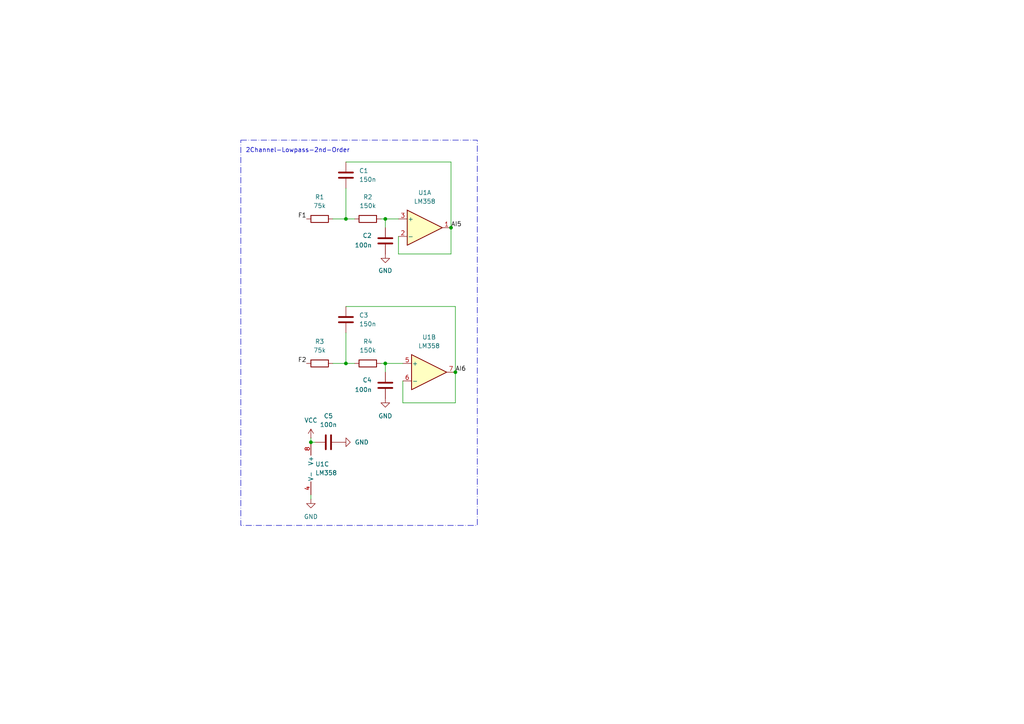
<source format=kicad_sch>
(kicad_sch (version 20231120) (generator "eeschema") (generator_version "8.0")
  (paper "A4")
  (lib_symbols
    (symbol "Amplifier_Operational:LM358" (pin_names (offset 0.127))
      (property "Reference" "U" (at 0 5.08 0))
      (property "Value" "LM358" (at 0 -5.08 0))
      (symbol "LM358_1_1"
        (polyline (pts (xy -5.08 5.08) (xy 5.08 0) (xy -5.08 -5.08) (xy -5.08 5.08)) (stroke (width 0.254)) (fill (type background)))
        (pin output line (at 7.62 0 180) (length 2.54) (name "~") (number "1"))
        (pin input line (at -7.62 -2.54 0) (length 2.54) (name "-") (number "2"))
        (pin input line (at -7.62 2.54 0) (length 2.54) (name "+") (number "3"))
      )
      (symbol "LM358_2_1"
        (polyline (pts (xy -5.08 5.08) (xy 5.08 0) (xy -5.08 -5.08) (xy -5.08 5.08)) (stroke (width 0.254)) (fill (type background)))
        (pin input line (at -7.62 2.54 0) (length 2.54) (name "+") (number "5"))
        (pin input line (at -7.62 -2.54 0) (length 2.54) (name "-") (number "6"))
        (pin output line (at 7.62 0 180) (length 2.54) (name "~") (number "7"))
      )
      (symbol "LM358_3_1"
        (pin power_in line (at -2.54 -7.62 90) (length 3.81) (name "V-") (number "4"))
        (pin power_in line (at -2.54 7.62 270) (length 3.81) (name "V+") (number "8"))
      )
    )
    (symbol "Device:C" (pin_numbers hide) (pin_names (offset 0.254))
      (property "Reference" "C" (at 0.635 2.54 0))
      (property "Value" "C" (at 0.635 -2.54 0))
      (symbol "C_0_1"
        (polyline (pts (xy -2.032 -0.762) (xy 2.032 -0.762)) (stroke (width 0.508)))
        (polyline (pts (xy -2.032 0.762) (xy 2.032 0.762)) (stroke (width 0.508)))
      )
      (symbol "C_1_1"
        (pin passive line (at 0 3.81 270) (length 2.794) (name "~") (number "1"))
        (pin passive line (at 0 -3.81 90) (length 2.794) (name "~") (number "2"))
      )
    )
    (symbol "Device:R" (pin_numbers hide) (pin_names (offset 0))
      (property "Reference" "R" (at 2.032 0 90))
      (property "Value" "R" (at 0 0 90))
      (symbol "R_0_1"
        (rectangle (start -1.016 -2.54) (end 1.016 2.54) (stroke (width 0.254)))
      )
      (symbol "R_1_1"
        (pin passive line (at 0 3.81 270) (length 1.27) (name "~") (number "1"))
        (pin passive line (at 0 -3.81 90) (length 1.27) (name "~") (number "2"))
      )
    )
    (symbol "GND_1" (power) (pin_numbers hide) (pin_names (offset 0) hide)
      (property "Value" "GND" (at 0 -3.81 0))
      (symbol "GND_1_0_1"
        (polyline (pts (xy 0 0) (xy 0 -1.27) (xy 1.27 -1.27) (xy 0 -2.54) (xy -1.27 -1.27) (xy 0 -1.27)))
      )
      (symbol "GND_1_1_1"
        (pin power_in line (at 0 0 270) (length 0) (name "~") (number "1"))
      )
    )
    (symbol "GND_2" (power) (pin_numbers hide) (pin_names (offset 0) hide)
      (property "Value" "GND" (at 0 -3.81 0))
      (symbol "GND_2_0_1"
        (polyline (pts (xy 0 0) (xy 0 -1.27) (xy 1.27 -1.27) (xy 0 -2.54) (xy -1.27 -1.27) (xy 0 -1.27)))
      )
      (symbol "GND_2_1_1"
        (pin power_in line (at 0 0 270) (length 0) (name "~") (number "1"))
      )
    )
    (symbol "GND_3" (power) (pin_numbers hide) (pin_names (offset 0) hide)
      (property "Value" "GND" (at 0 -3.81 0))
      (symbol "GND_3_0_1"
        (polyline (pts (xy 0 0) (xy 0 -1.27) (xy 1.27 -1.27) (xy 0 -2.54) (xy -1.27 -1.27) (xy 0 -1.27)))
      )
      (symbol "GND_3_1_1"
        (pin power_in line (at 0 0 270) (length 0) (name "~") (number "1"))
      )
    )
    (symbol "power:VCC" (power) (pin_numbers hide) (pin_names (offset 0) hide)
      (property "Value" "VCC" (at 0 3.556 0))
      (symbol "VCC_0_1"
        (polyline (pts (xy -0.762 1.27) (xy 0 2.54)))
        (polyline (pts (xy 0 0) (xy 0 2.54)))
        (polyline (pts (xy 0 2.54) (xy 0.762 1.27)))
      )
      (symbol "VCC_1_1"
        (pin power_in line (at 0 0 90) (length 0) (name "~") (number "1"))
      )
    )
  )
  (junction (at 132.08 107.95))
  (junction (at 111.76 105.41))
  (junction (at 100.33 105.41))
  (junction (at 90.17 128.27))
  (junction (at 111.76 63.5))
  (junction (at 130.81 66.04))
  (junction (at 100.33 63.5))
  (wire (pts (xy 100.33 88.9) (xy 132.08 88.9)))
  (wire (pts (xy 90.17 127) (xy 90.17 128.27)))
  (wire (pts (xy 96.52 63.5) (xy 100.33 63.5)))
  (wire (pts (xy 130.81 46.99) (xy 130.81 66.04)))
  (wire (pts (xy 100.33 63.5) (xy 102.87 63.5)))
  (wire (pts (xy 111.76 105.41) (xy 116.84 105.41)))
  (wire (pts (xy 116.84 110.49) (xy 116.84 116.84)))
  (wire (pts (xy 115.57 73.66) (xy 130.81 73.66)))
  (wire (pts (xy 100.33 96.52) (xy 100.33 105.41)))
  (wire (pts (xy 111.76 63.5) (xy 111.76 66.04)))
  (wire (pts (xy 90.17 128.27) (xy 91.44 128.27)))
  (wire (pts (xy 132.08 88.9) (xy 132.08 107.95)))
  (wire (pts (xy 130.81 73.66) (xy 130.81 66.04)))
  (wire (pts (xy 96.52 105.41) (xy 100.33 105.41)))
  (wire (pts (xy 110.49 105.41) (xy 111.76 105.41)))
  (wire (pts (xy 100.33 54.61) (xy 100.33 63.5)))
  (wire (pts (xy 90.17 143.51) (xy 90.17 144.78)))
  (wire (pts (xy 110.49 63.5) (xy 111.76 63.5)))
  (wire (pts (xy 115.57 68.58) (xy 115.57 73.66)))
  (wire (pts (xy 116.84 116.84) (xy 132.08 116.84)))
  (wire (pts (xy 111.76 63.5) (xy 115.57 63.5)))
  (wire (pts (xy 100.33 105.41) (xy 102.87 105.41)))
  (wire (pts (xy 100.33 46.99) (xy 130.81 46.99)))
  (wire (pts (xy 132.08 116.84) (xy 132.08 107.95)))
  (wire (pts (xy 111.76 105.41) (xy 111.76 107.95)))
  (rectangle (start 69.85 40.64) (end 138.43 152.4) (stroke (width 0) (type dash_dot)))
  (text "2Channel-Lowpass-2nd-Order" (at 86.36 43.688 0) (effects (font (size 1.27 1.27))))
  (label "F1" (at 88.9 63.5 180))
  (label "AI5" (at 130.81 66.04 0))
  (label "AI6" (at 132.08 107.95 0))
  (label "F2" (at 88.9 105.41 180))
  (symbol (lib_id "Device:R") (at 106.68 63.5 90) (unit 1)
    (property "Reference" "R2" (at 106.68 57.15 90))
    (property "Value" "150k" (at 106.68 59.69 90))
    (property "Footprint" "Resistor_SMD:R_0805_2012Metric" (effects (hide yes)))
    (property "Description" "Resistor" (effects (hide yes)))
  )
  (symbol (lib_id "Amplifier_Operational:LM358") (at 124.46 107.95 0) (unit 2)
    (property "Reference" "U1" (at 124.46 97.79 0))
    (property "Value" "LM358" (at 124.46 100.33 0))
    (property "Footprint" "Package_SO:SOIC-8_3.9x4.9mm_P1.27mm" (effects (hide yes)))
    (property "Datasheet" "http://www.ti.com/lit/ds/symlink/lm2904-n.pdf" (effects (hide yes)))
    (property "Description" "Low-Power, Dual Operational Amplifiers, DIP-8/SOIC-8/TO-99-8" (effects (hide yes)))
  )
  (symbol (lib_id "Device:C") (at 111.76 111.76 0) (unit 1)
    (property "Reference" "C4" (at 105.156 110.236 0) (effects (justify left)))
    (property "Value" "100n" (at 102.87 113.03 0) (effects (justify left)))
    (property "Footprint" "Capacitor_SMD:C_0805_2012Metric" (effects (hide yes)))
    (property "Description" "Unpolarized capacitor" (effects (hide yes)))
  )
  (symbol (lib_id "Device:R") (at 106.68 105.41 90) (unit 1)
    (property "Reference" "R4" (at 106.68 99.06 90))
    (property "Value" "150k" (at 106.68 101.6 90))
    (property "Footprint" "Resistor_SMD:R_0805_2012Metric" (effects (hide yes)))
    (property "Description" "Resistor" (effects (hide yes)))
  )
  (symbol (lib_id "Device:C") (at 100.33 92.71 0) (unit 1)
    (property "Reference" "C3" (at 104.14 91.4399 0) (effects (justify left)))
    (property "Value" "150n" (at 104.14 93.9799 0) (effects (justify left)))
    (property "Footprint" "Capacitor_SMD:C_0805_2012Metric" (effects (hide yes)))
    (property "Description" "Unpolarized capacitor" (effects (hide yes)))
  )
  (symbol (lib_name "GND_2") (lib_id "power:GND") (at 90.17 144.78 0) (unit 1)
    (property "Reference" "#PWR05" (effects (hide yes)))
    (property "Value" "GND" (at 90.17 149.86 0))
    (property "Description" "Power symbol creates a global label with name \"GND\" , ground" (effects (hide yes)))
  )
  (symbol (lib_id "Amplifier_Operational:LM358") (at 92.71 135.89 0) (unit 3)
    (property "Reference" "U1" (at 91.44 134.6199 0) (effects (justify left)))
    (property "Value" "LM358" (at 91.44 137.1599 0) (effects (justify left)))
    (property "Footprint" "Package_SO:SOIC-8_3.9x4.9mm_P1.27mm" (effects (hide yes)))
    (property "Datasheet" "http://www.ti.com/lit/ds/symlink/lm2904-n.pdf" (effects (hide yes)))
    (property "Description" "Low-Power, Dual Operational Amplifiers, DIP-8/SOIC-8/TO-99-8" (effects (hide yes)))
  )
  (symbol (lib_id "power:VCC") (at 90.17 127 0) (unit 1)
    (property "Reference" "#PWR03" (effects (hide yes)))
    (property "Value" "VCC" (at 90.17 121.92 0))
    (property "Description" "Power symbol creates a global label with name \"VCC\"" (effects (hide yes)))
  )
  (symbol (lib_name "GND_1") (lib_id "power:GND") (at 99.06 128.27 90) (unit 1)
    (property "Reference" "#PWR04" (effects (hide yes)))
    (property "Value" "GND" (at 102.87 128.2699 90) (effects (justify right)))
    (property "Description" "Power symbol creates a global label with name \"GND\" , ground" (effects (hide yes)))
  )
  (symbol (lib_id "Amplifier_Operational:LM358") (at 123.19 66.04 0) (unit 1)
    (property "Reference" "U1" (at 123.19 55.88 0))
    (property "Value" "LM358" (at 123.19 58.42 0))
    (property "Footprint" "Package_SO:SOIC-8_3.9x4.9mm_P1.27mm" (effects (hide yes)))
    (property "Datasheet" "http://www.ti.com/lit/ds/symlink/lm2904-n.pdf" (effects (hide yes)))
    (property "Description" "Low-Power, Dual Operational Amplifiers, DIP-8/SOIC-8/TO-99-8" (effects (hide yes)))
  )
  (symbol (lib_name "GND_3") (lib_id "power:GND") (at 111.76 115.57 0) (unit 1)
    (property "Reference" "#PWR02" (effects (hide yes)))
    (property "Value" "GND" (at 111.76 120.65 0))
    (property "Description" "Power symbol creates a global label with name \"GND\" , ground" (effects (hide yes)))
  )
  (symbol (lib_name "GND_3") (lib_id "power:GND") (at 111.76 73.66 0) (unit 1)
    (property "Reference" "#PWR01" (effects (hide yes)))
    (property "Value" "GND" (at 111.76 78.486 0))
    (property "Description" "Power symbol creates a global label with name \"GND\" , ground" (effects (hide yes)))
  )
  (symbol (lib_id "Device:C") (at 95.25 128.27 90) (unit 1)
    (property "Reference" "C5" (at 95.25 120.65 90))
    (property "Value" "100n" (at 95.25 123.19 90))
    (property "Footprint" "Capacitor_SMD:C_0805_2012Metric" (effects (hide yes)))
    (property "Description" "Unpolarized capacitor" (effects (hide yes)))
  )
  (symbol (lib_id "Device:R") (at 92.71 63.5 90) (unit 1)
    (property "Reference" "R1" (at 92.71 57.15 90))
    (property "Value" "75k" (at 92.71 59.69 90))
    (property "Footprint" "Resistor_SMD:R_0805_2012Metric" (effects (hide yes)))
    (property "Description" "Resistor" (effects (hide yes)))
  )
  (symbol (lib_id "Device:R") (at 92.71 105.41 90) (unit 1)
    (property "Reference" "R3" (at 92.71 99.06 90))
    (property "Value" "75k" (at 92.71 101.6 90))
    (property "Footprint" "Resistor_SMD:R_0805_2012Metric" (effects (hide yes)))
    (property "Description" "Resistor" (effects (hide yes)))
  )
  (symbol (lib_id "Device:C") (at 111.76 69.85 0) (unit 1)
    (property "Reference" "C2" (at 105.156 68.326 0) (effects (justify left)))
    (property "Value" "100n" (at 102.87 71.12 0) (effects (justify left)))
    (property "Footprint" "Capacitor_SMD:C_0805_2012Metric" (effects (hide yes)))
    (property "Description" "Unpolarized capacitor" (effects (hide yes)))
  )
  (symbol (lib_id "Device:C") (at 100.33 50.8 0) (unit 1)
    (property "Reference" "C1" (at 104.14 49.5299 0) (effects (justify left)))
    (property "Value" "150n" (at 104.14 52.0699 0) (effects (justify left)))
    (property "Footprint" "Capacitor_SMD:C_0805_2012Metric" (effects (hide yes)))
    (property "Description" "Unpolarized capacitor" (effects (hide yes)))
  )
)
</source>
